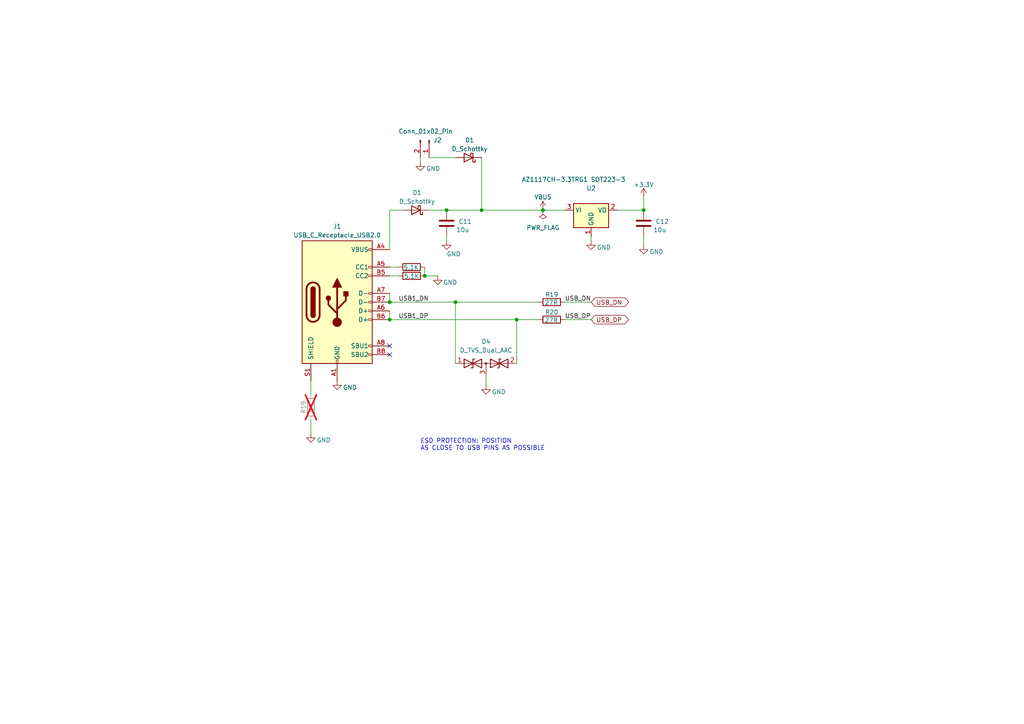
<source format=kicad_sch>
(kicad_sch (version 20230121) (generator eeschema)
  (paper "A4")
  (lib_symbols
    (symbol "Connector:Conn_01x02_Pin" (pin_names (offset 1.016) hide)
      (property "Reference" "J" (at 0 2.54 0))
      (property "Value" "Conn_01x02_Pin" (at 0 -5.08 0))
      (symbol "Conn_01x02_Pin_1_1"
        (polyline (pts (xy 1.27 -2.54) (xy 0.8636 -2.54)) (stroke (width 0.1524)))
        (polyline (pts (xy 1.27 0) (xy 0.8636 0)) (stroke (width 0.1524)))
        (rectangle (start 0.8636 -2.413) (end 0 -2.667) (stroke (width 0.1524)) (fill (type outline)))
        (rectangle (start 0.8636 0.127) (end 0 -0.127) (stroke (width 0.1524)) (fill (type outline)))
        (pin passive line (at 5.08 0 180) (length 3.81) (name "Pin_1") (number "1"))
        (pin passive line (at 5.08 -2.54 180) (length 3.81) (name "Pin_2") (number "2"))
      )
    )
    (symbol "Connector:USB_C_Receptacle_USB2.0" (pin_names (offset 1.016))
      (property "Reference" "J" (at -10.16 19.05 0))
      (property "Value" "USB_C_Receptacle_USB2.0" (at 19.05 19.05 0))
      (symbol "USB_C_Receptacle_USB2.0_0_0"
        (rectangle (start -0.254 -17.78) (end 0.254 -16.764))
        (rectangle (start 10.16 -14.986) (end 9.144 -15.494))
        (rectangle (start 10.16 -12.446) (end 9.144 -12.954))
        (rectangle (start 10.16 -4.826) (end 9.144 -5.334))
        (rectangle (start 10.16 -2.286) (end 9.144 -2.794))
        (rectangle (start 10.16 0.254) (end 9.144 -0.254))
        (rectangle (start 10.16 2.794) (end 9.144 2.286))
        (rectangle (start 10.16 7.874) (end 9.144 7.366))
        (rectangle (start 10.16 10.414) (end 9.144 9.906))
        (rectangle (start 10.16 15.494) (end 9.144 14.986))
      )
      (symbol "USB_C_Receptacle_USB2.0_0_1"
        (rectangle (start -10.16 17.78) (end 10.16 -17.78) (stroke (width 0.254)) (fill (type background)))
        (arc (start -8.89 -3.81) (mid -6.985 -5.7067) (end -5.08 -3.81) (stroke (width 0.508)))
        (arc (start -7.62 -3.81) (mid -6.985 -4.4423) (end -6.35 -3.81) (stroke (width 0.254)))
        (arc (start -7.62 -3.81) (mid -6.985 -4.4423) (end -6.35 -3.81) (stroke (width 0.254)) (fill (type outline)))
        (rectangle (start -7.62 -3.81) (end -6.35 3.81) (stroke (width 0.254)) (fill (type outline)))
        (arc (start -6.35 3.81) (mid -6.985 4.4423) (end -7.62 3.81) (stroke (width 0.254)))
        (arc (start -6.35 3.81) (mid -6.985 4.4423) (end -7.62 3.81) (stroke (width 0.254)) (fill (type outline)))
        (arc (start -5.08 3.81) (mid -6.985 5.7067) (end -8.89 3.81) (stroke (width 0.508)))
        (circle (center -2.54 1.143) (radius 0.635) (stroke (width 0.254)) (fill (type outline)))
        (circle (center 0 -5.842) (radius 1.27) (fill (type outline)))
        (polyline (pts (xy -8.89 -3.81) (xy -8.89 3.81)) (stroke (width 0.508)))
        (polyline (pts (xy -5.08 3.81) (xy -5.08 -3.81)) (stroke (width 0.508)))
        (polyline (pts (xy 0 -5.842) (xy 0 4.318)) (stroke (width 0.508)))
        (polyline (pts (xy 0 -3.302) (xy -2.54 -0.762) (xy -2.54 0.508)) (stroke (width 0.508)))
        (polyline (pts (xy 0 -2.032) (xy 2.54 0.508) (xy 2.54 1.778)) (stroke (width 0.508)))
        (polyline (pts (xy -1.27 4.318) (xy 0 6.858) (xy 1.27 4.318) (xy -1.27 4.318)) (stroke (width 0.254)) (fill (type outline)))
        (rectangle (start 1.905 1.778) (end 3.175 3.048) (stroke (width 0.254)) (fill (type outline)))
      )
      (symbol "USB_C_Receptacle_USB2.0_1_1"
        (pin passive line (at 0 -22.86 90) (length 5.08) (name "GND") (number "A1"))
        (pin passive line (at 0 -22.86 90) (length 5.08) hide (name "GND") (number "A12"))
        (pin passive line (at 15.24 15.24 180) (length 5.08) (name "VBUS") (number "A4"))
        (pin bidirectional line (at 15.24 10.16 180) (length 5.08) (name "CC1") (number "A5"))
        (pin bidirectional line (at 15.24 -2.54 180) (length 5.08) (name "D+") (number "A6"))
        (pin bidirectional line (at 15.24 2.54 180) (length 5.08) (name "D-") (number "A7"))
        (pin bidirectional line (at 15.24 -12.7 180) (length 5.08) (name "SBU1") (number "A8"))
        (pin passive line (at 15.24 15.24 180) (length 5.08) hide (name "VBUS") (number "A9"))
        (pin passive line (at 0 -22.86 90) (length 5.08) hide (name "GND") (number "B1"))
        (pin passive line (at 0 -22.86 90) (length 5.08) hide (name "GND") (number "B12"))
        (pin passive line (at 15.24 15.24 180) (length 5.08) hide (name "VBUS") (number "B4"))
        (pin bidirectional line (at 15.24 7.62 180) (length 5.08) (name "CC2") (number "B5"))
        (pin bidirectional line (at 15.24 -5.08 180) (length 5.08) (name "D+") (number "B6"))
        (pin bidirectional line (at 15.24 0 180) (length 5.08) (name "D-") (number "B7"))
        (pin bidirectional line (at 15.24 -15.24 180) (length 5.08) (name "SBU2") (number "B8"))
        (pin passive line (at 15.24 15.24 180) (length 5.08) hide (name "VBUS") (number "B9"))
        (pin passive line (at -7.62 -22.86 90) (length 5.08) (name "SHIELD") (number "S1"))
      )
    )
    (symbol "Device:C" (pin_numbers hide) (pin_names (offset 0.254))
      (property "Reference" "C" (at 0.635 2.54 0))
      (property "Value" "C" (at 0.635 -2.54 0))
      (symbol "C_0_1"
        (polyline (pts (xy -2.032 -0.762) (xy 2.032 -0.762)) (stroke (width 0.508)))
        (polyline (pts (xy -2.032 0.762) (xy 2.032 0.762)) (stroke (width 0.508)))
      )
      (symbol "C_1_1"
        (pin passive line (at 0 3.81 270) (length 2.794) (name "~") (number "1"))
        (pin passive line (at 0 -3.81 90) (length 2.794) (name "~") (number "2"))
      )
    )
    (symbol "Device:D_Schottky" (pin_numbers hide) (pin_names (offset 1.016) hide)
      (property "Reference" "D" (at 0 2.54 0))
      (property "Value" "D_Schottky" (at 0 -2.54 0))
      (symbol "D_Schottky_0_1"
        (polyline (pts (xy 1.27 0) (xy -1.27 0)))
        (polyline (pts (xy 1.27 1.27) (xy 1.27 -1.27) (xy -1.27 0) (xy 1.27 1.27)) (stroke (width 0.254)))
        (polyline (pts (xy -1.905 0.635) (xy -1.905 1.27) (xy -1.27 1.27) (xy -1.27 -1.27) (xy -0.635 -1.27) (xy -0.635 -0.635)) (stroke (width 0.254)))
      )
      (symbol "D_Schottky_1_1"
        (pin passive line (at -3.81 0 0) (length 2.54) (name "K") (number "1"))
        (pin passive line (at 3.81 0 180) (length 2.54) (name "A") (number "2"))
      )
    )
    (symbol "Device:D_TVS_Dual_AAC" (pin_names (offset 1.016) hide)
      (property "Reference" "D" (at 0 4.445 0))
      (property "Value" "D_TVS_Dual_AAC" (at 0 2.54 0))
      (symbol "D_TVS_Dual_AAC_0_0"
        (polyline (pts (xy 0 -1.27) (xy 0 0)))
      )
      (symbol "D_TVS_Dual_AAC_0_1"
        (polyline (pts (xy -6.35 0) (xy 6.35 0)))
        (polyline (pts (xy -3.302 1.27) (xy -3.81 1.27) (xy -3.81 -1.27) (xy -4.318 -1.27)) (stroke (width 0.254)))
        (polyline (pts (xy 4.318 1.27) (xy 3.81 1.27) (xy 3.81 -1.27) (xy 3.302 -1.27)) (stroke (width 0.254)))
        (polyline (pts (xy -6.35 1.27) (xy -1.27 -1.27) (xy -1.27 1.27) (xy -6.35 -1.27) (xy -6.35 1.27)) (stroke (width 0.254)))
        (polyline (pts (xy 6.35 1.27) (xy 1.27 -1.27) (xy 1.27 1.27) (xy 6.35 -1.27) (xy 6.35 1.27)) (stroke (width 0.254)))
        (circle (center 0 0) (radius 0.254) (fill (type outline)))
      )
      (symbol "D_TVS_Dual_AAC_1_1"
        (pin passive line (at -8.89 0 0) (length 2.54) (name "A1") (number "1"))
        (pin passive line (at 8.89 0 180) (length 2.54) (name "A2") (number "2"))
        (pin input line (at 0 -3.81 90) (length 2.54) (name "common") (number "3"))
      )
    )
    (symbol "Device:R" (pin_numbers hide) (pin_names (offset 0))
      (property "Reference" "R" (at 2.032 0 90))
      (property "Value" "R" (at 0 0 90))
      (symbol "R_0_1"
        (rectangle (start -1.016 -2.54) (end 1.016 2.54) (stroke (width 0.254)))
      )
      (symbol "R_1_1"
        (pin passive line (at 0 3.81 270) (length 1.27) (name "~") (number "1"))
        (pin passive line (at 0 -3.81 90) (length 1.27) (name "~") (number "2"))
      )
    )
    (symbol "Regulator_Linear:NCP1117-3.3_SOT223"
      (property "Reference" "U" (at -3.81 3.175 0))
      (property "Value" "NCP1117-3.3_SOT223" (at 0 3.175 0))
      (symbol "NCP1117-3.3_SOT223_0_1"
        (rectangle (start -5.08 -5.08) (end 5.08 1.905) (stroke (width 0.254)) (fill (type background)))
      )
      (symbol "NCP1117-3.3_SOT223_1_1"
        (pin power_in line (at 0 -7.62 90) (length 2.54) (name "GND") (number "1"))
        (pin power_out line (at 7.62 0 180) (length 2.54) (name "VO") (number "2"))
        (pin power_in line (at -7.62 0 0) (length 2.54) (name "VI") (number "3"))
      )
    )
    (symbol "power:+3.3V" (power) (pin_names (offset 0))
      (property "Value" "+3.3V" (at 0 3.556 0))
      (symbol "+3.3V_0_1"
        (polyline (pts (xy -0.762 1.27) (xy 0 2.54)))
        (polyline (pts (xy 0 0) (xy 0 2.54)))
        (polyline (pts (xy 0 2.54) (xy 0.762 1.27)))
      )
      (symbol "+3.3V_1_1"
        (pin power_in line (at 0 0 90) (length 0) hide (name "+3.3V") (number "1"))
      )
    )
    (symbol "power:GND" (power) (pin_names (offset 0))
      (property "Value" "GND" (at 0 -3.81 0))
      (symbol "GND_0_1"
        (polyline (pts (xy 0 0) (xy 0 -1.27) (xy 1.27 -1.27) (xy 0 -2.54) (xy -1.27 -1.27) (xy 0 -1.27)))
      )
      (symbol "GND_1_1"
        (pin power_in line (at 0 0 270) (length 0) hide (name "GND") (number "1"))
      )
    )
    (symbol "power:PWR_FLAG" (power) (pin_numbers hide) (pin_names (offset 0) hide)
      (property "Value" "PWR_FLAG" (at 0 3.81 0))
      (symbol "PWR_FLAG_0_0"
        (pin power_out line (at 0 0 90) (length 0) (name "pwr") (number "1"))
      )
      (symbol "PWR_FLAG_0_1"
        (polyline (pts (xy 0 0) (xy 0 1.27) (xy -1.016 1.905) (xy 0 2.54) (xy 1.016 1.905) (xy 0 1.27)))
      )
    )
    (symbol "power:VBUS" (power) (pin_names (offset 0))
      (property "Value" "VBUS" (at 0 3.81 0))
      (symbol "VBUS_0_1"
        (polyline (pts (xy -0.762 1.27) (xy 0 2.54)))
        (polyline (pts (xy 0 0) (xy 0 2.54)))
        (polyline (pts (xy 0 2.54) (xy 0.762 1.27)))
      )
      (symbol "VBUS_1_1"
        (pin power_in line (at 0 0 90) (length 0) hide (name "VBUS") (number "1"))
      )
    )
  )
  (junction (at 139.7 60.96))
  (junction (at 113.03 92.71))
  (junction (at 157.48 60.96))
  (junction (at 123.19 80.01))
  (junction (at 132.08 87.63))
  (junction (at 149.86 92.71))
  (junction (at 129.54 60.96))
  (junction (at 113.03 87.63))
  (junction (at 186.69 60.96))
  (no_connect (at 113.03 102.87))
  (no_connect (at 113.03 100.33))
  (wire (pts (xy 163.83 87.63) (xy 171.45 87.63)))
  (wire (pts (xy 113.03 85.09) (xy 113.03 87.63)))
  (wire (pts (xy 129.54 60.96) (xy 139.7 60.96)))
  (wire (pts (xy 139.7 45.72) (xy 139.7 60.96)))
  (wire (pts (xy 132.08 87.63) (xy 132.08 105.41)))
  (wire (pts (xy 163.83 92.71) (xy 171.45 92.71)))
  (wire (pts (xy 123.19 80.01) (xy 127 80.01)))
  (wire (pts (xy 140.97 109.22) (xy 140.97 111.76)))
  (wire (pts (xy 123.19 77.47) (xy 123.19 80.01)))
  (wire (pts (xy 113.03 92.71) (xy 149.86 92.71)))
  (wire (pts (xy 113.03 60.96) (xy 116.84 60.96)))
  (wire (pts (xy 139.7 60.96) (xy 157.48 60.96)))
  (wire (pts (xy 124.46 45.72) (xy 132.08 45.72)))
  (wire (pts (xy 113.03 72.39) (xy 113.03 60.96)))
  (wire (pts (xy 121.92 45.72) (xy 121.92 46.99)))
  (wire (pts (xy 186.69 57.15) (xy 186.69 60.96)))
  (wire (pts (xy 113.03 80.01) (xy 115.57 80.01)))
  (wire (pts (xy 124.46 60.96) (xy 129.54 60.96)))
  (wire (pts (xy 149.86 92.71) (xy 149.86 105.41)))
  (wire (pts (xy 171.45 68.58) (xy 171.45 69.85)))
  (wire (pts (xy 186.69 68.58) (xy 186.69 71.12)))
  (wire (pts (xy 157.48 60.96) (xy 163.83 60.96)))
  (wire (pts (xy 179.07 60.96) (xy 186.69 60.96)))
  (wire (pts (xy 90.17 110.49) (xy 90.17 114.3)))
  (wire (pts (xy 129.54 68.58) (xy 129.54 69.85)))
  (wire (pts (xy 113.03 90.17) (xy 113.03 92.71)))
  (wire (pts (xy 113.03 87.63) (xy 132.08 87.63)))
  (wire (pts (xy 149.86 92.71) (xy 156.21 92.71)))
  (wire (pts (xy 132.08 87.63) (xy 156.21 87.63)))
  (wire (pts (xy 113.03 77.47) (xy 115.57 77.47)))
  (wire (pts (xy 90.17 121.92) (xy 90.17 125.73)))
  (text "ESD PROTECTION: POSITION\nAS CLOSE TO USB PINS AS POSSIBLE" (at 121.92 130.81 0) (effects (font (size 1.27 1.27)) (justify left bottom)))
  (label "USB1_DN" (at 115.57 87.63 0))
  (label "USB1_DP" (at 115.57 92.71 0))
  (label "USB_DP" (at 163.83 92.71 0))
  (label "USB_DN" (at 163.83 87.63 0))
  (global_label "USB_DP" (shape bidirectional) (at 171.45 92.71 0) (property "Intersheetrefs" "${INTERSHEET_REFS}" (effects hide)))
  (global_label "USB_DN" (shape bidirectional) (at 171.45 87.63 0) (property "Intersheetrefs" "${INTERSHEET_REFS}" (effects hide)))
  (symbol (lib_id "Connector:Conn_01x02_Pin") (at 124.46 40.64 270) (unit 1)
    (property "Reference" "J2" (at 125.73 40.64 90) (effects (justify left)))
    (property "Value" "Conn_01x02_Pin" (at 115.57 38.1 90) (effects (justify left)))
    (property "Footprint" "Connector_PinSocket_2.54mm:PinSocket_1x02_P2.54mm_Vertical" (effects hide))
  )
  (symbol (lib_id "power:GND") (at 90.17 125.73 0) (unit 1)
    (property "Reference" "#PWR024" (effects hide))
    (property "Value" "GND" (at 91.821 127.635 0) (effects (justify left)))
    (instances (project "rp2040-basic-m1" (path "" (reference "#PWR024") (unit 1)) (path "" (reference "#PWR038") (unit 1))) (project "rp2040-dev-board" (path "" (reference "#PWR04") (unit 1)) (path "" (reference "#PWR02") (unit 1))))
  )
  (symbol (lib_id "Device:R") (at 160.02 87.63 90) (unit 1)
    (property "Reference" "R19" (at 160.02 85.471 90))
    (property "Value" "27R" (at 159.893 87.757 90))
    (property "Footprint" "Resistor_SMD:R_0603_1608Metric_Pad0.98x0.95mm_HandSolder" (effects hide))
    (instances (project "rp2040-basic-m1" (path "" (reference "R19") (unit 1)) (path "" (reference "R19") (unit 1))) (project "rp2040-dev-board" (path "" (reference "R5") (unit 1)) (path "" (reference "R5") (unit 1))))
  )
  (symbol (lib_id "Device:R") (at 90.17 118.11 180) (unit 1) (dnp yes)
    (property "Reference" "R19" (at 88.011 118.11 90))
    (property "Value" "0R" (at 90.297 118.237 90))
    (property "Footprint" "Resistor_SMD:R_0603_1608Metric_Pad0.98x0.95mm_HandSolder" (effects hide))
    (instances (project "rp2040-basic-m1" (path "" (reference "R19") (unit 1)) (path "" (reference "R26") (unit 1))) (project "rp2040-dev-board" (path "" (reference "R5") (unit 1)) (path "" (reference "R5") (unit 1))))
  )
  (symbol (lib_id "power:GND") (at 129.54 69.85 0) (unit 1)
    (property "Reference" "#PWR027" (effects hide))
    (property "Value" "GND" (at 129.54 73.66 0) (effects (justify left)))
    (instances (project "rp2040-basic-m1" (path "" (reference "#PWR027") (unit 1)) (path "" (reference "#PWR027") (unit 1))) (project "rp2040-dev-board" (path "" (reference "#PWR011") (unit 1)) (path "" (reference "#PWR012") (unit 1))))
  )
  (symbol (lib_id "Connector:USB_C_Receptacle_USB2.0") (at 97.79 87.63 0) (unit 1)
    (property "Reference" "J1" (at 97.79 65.659 0))
    (property "Value" "USB_C_Receptacle_USB2.0" (at 97.79 68.199 0))
    (property "Footprint" "Connector_USB:USB_C_Receptacle_G-Switch_GT-USB-7010ASV" (effects hide))
    (property "Datasheet" "https://www.usb.org/sites/default/files/documents/usb_type-c.zip" (effects hide))
  )
  (symbol (lib_id "Device:D_Schottky") (at 135.89 45.72 180) (unit 1)
    (property "Reference" "D1" (at 136.2075 40.64 0))
    (property "Value" "D_Schottky" (at 136.2075 43.18 0))
    (property "Footprint" "Diode_SMD:D_0805_2012Metric_Pad1.15x1.40mm_HandSolder" (effects hide))
    (instances (project "rp2040-basic-m1" (path "" (reference "D1") (unit 1)) (path "" (reference "D2") (unit 1))) (project "rp2040-dev-board" (path "" (reference "D1") (unit 1)) (path "" (reference "D1") (unit 1))))
  )
  (symbol (lib_id "power:VBUS") (at 157.48 60.96 0) (unit 1)
    (property "Reference" "#PWR028" (effects hide))
    (property "Value" "VBUS" (at 157.48 57.15 0))
    (instances (project "rp2040-basic-m1" (path "" (reference "#PWR028") (unit 1)) (path "" (reference "#PWR028") (unit 1))) (project "rp2040-dev-board" (path "" (reference "#PWR013") (unit 1))))
  )
  (symbol (lib_id "power:GND") (at 171.45 69.85 0) (unit 1)
    (property "Reference" "#PWR029" (effects hide))
    (property "Value" "GND" (at 173.101 71.755 0) (effects (justify left)))
    (instances (project "rp2040-basic-m1" (path "" (reference "#PWR029") (unit 1)) (path "" (reference "#PWR029") (unit 1))) (project "rp2040-dev-board" (path "" (reference "#PWR013") (unit 1)) (path "" (reference "#PWR028") (unit 1))))
  )
  (symbol (lib_id "power:GND") (at 140.97 111.76 0) (unit 1)
    (property "Reference" "#PWR024" (effects hide))
    (property "Value" "GND" (at 142.621 113.665 0) (effects (justify left)))
    (instances (project "rp2040-basic-m1" (path "" (reference "#PWR024") (unit 1)) (path "" (reference "#PWR039") (unit 1))) (project "rp2040-dev-board" (path "" (reference "#PWR04") (unit 1)) (path "" (reference "#PWR02") (unit 1))))
  )
  (symbol (lib_id "power:GND") (at 97.79 110.49 0) (unit 1)
    (property "Reference" "#PWR024" (effects hide))
    (property "Value" "GND" (at 99.441 112.395 0) (effects (justify left)))
    (instances (project "rp2040-basic-m1" (path "" (reference "#PWR024") (unit 1)) (path "" (reference "#PWR024") (unit 1))) (project "rp2040-dev-board" (path "" (reference "#PWR04") (unit 1)) (path "" (reference "#PWR02") (unit 1))))
  )
  (symbol (lib_id "Device:R") (at 160.02 92.71 90) (unit 1)
    (property "Reference" "R20" (at 160.02 90.551 90))
    (property "Value" "27R" (at 159.893 92.837 90))
    (property "Footprint" "Resistor_SMD:R_0603_1608Metric_Pad0.98x0.95mm_HandSolder" (effects hide))
    (instances (project "rp2040-basic-m1" (path "" (reference "R20") (unit 1)) (path "" (reference "R20") (unit 1))) (project "rp2040-dev-board" (path "" (reference "R4") (unit 1)) (path "" (reference "R4") (unit 1))))
  )
  (symbol (lib_id "Device:D_TVS_Dual_AAC") (at 140.97 105.41 0) (unit 1)
    (property "Reference" "D4" (at 140.97 99.06 0))
    (property "Value" "D_TVS_Dual_AAC" (at 140.97 101.6 0))
    (property "Footprint" "Package_TO_SOT_SMD:SOT-23" (effects hide))
  )
  (symbol (lib_id "Device:R") (at 119.38 80.01 90) (unit 1)
    (property "Reference" "R18" (effects hide))
    (property "Value" "5.1K" (at 119.38 80.137 90))
    (property "Footprint" "Resistor_SMD:R_0805_2012Metric_Pad1.20x1.40mm_HandSolder" (effects hide))
    (instances (project "rp2040-basic-m1" (path "" (reference "R18") (unit 1)) (path "" (reference "R18") (unit 1))) (project "rp2040-dev-board" (path "" (reference "R3") (unit 1)) (path "" (reference "R3") (unit 1))))
  )
  (symbol (lib_id "Device:R") (at 119.38 77.47 90) (unit 1)
    (property "Reference" "R17" (effects hide))
    (property "Value" "5.1K" (at 119.253 77.597 90))
    (property "Footprint" "Resistor_SMD:R_0805_2012Metric_Pad1.20x1.40mm_HandSolder" (effects hide))
    (instances (project "rp2040-basic-m1" (path "" (reference "R17") (unit 1)) (path "" (reference "R17") (unit 1))) (project "rp2040-dev-board" (path "" (reference "R2") (unit 1)) (path "" (reference "R2") (unit 1))))
  )
  (symbol (lib_id "power:GND") (at 127 80.01 0) (unit 1)
    (property "Reference" "#PWR026" (effects hide))
    (property "Value" "GND" (at 128.524 81.915 0) (effects (justify left)))
    (instances (project "rp2040-basic-m1" (path "" (reference "#PWR026") (unit 1)) (path "" (reference "#PWR026") (unit 1))) (project "rp2040-dev-board" (path "" (reference "#PWR02") (unit 1)) (path "" (reference "#PWR011") (unit 1))))
  )
  (symbol (lib_id "power:GND") (at 186.69 71.12 0) (unit 1)
    (property "Reference" "#PWR032" (effects hide))
    (property "Value" "GND" (at 188.341 73.025 0) (effects (justify left)))
    (instances (project "rp2040-basic-m1" (path "" (reference "#PWR032") (unit 1)) (path "" (reference "#PWR032") (unit 1))) (project "rp2040-dev-board" (path "" (reference "#PWR012") (unit 1)) (path "" (reference "#PWR029") (unit 1))))
  )
  (symbol (lib_id "power:GND") (at 121.92 46.99 0) (unit 1)
    (property "Reference" "#PWR029" (effects hide))
    (property "Value" "GND" (at 123.571 48.895 0) (effects (justify left)))
    (instances (project "rp2040-basic-m1" (path "" (reference "#PWR029") (unit 1)) (path "" (reference "#PWR03") (unit 1))) (project "rp2040-dev-board" (path "" (reference "#PWR013") (unit 1)) (path "" (reference "#PWR028") (unit 1))))
  )
  (symbol (lib_id "Regulator_Linear:NCP1117-3.3_SOT223") (at 171.45 60.96 0) (unit 1)
    (property "Reference" "U2" (at 171.45 54.61 0))
    (property "Value" "AZ1117CH-3.3TRG1 SOT223-3" (at 166.37 52.07 0))
    (property "Footprint" "Package_TO_SOT_SMD:SOT-223-3_TabPin2" (effects hide))
    (property "Datasheet" "http://www.onsemi.com/pub_link/Collateral/NCP1117-D.PDF" (effects hide))
    (instances (project "rp2040-basic-m1" (path "" (reference "U2") (unit 1)) (path "" (reference "U2") (unit 1))) (project "rp2040-dev-board" (path "" (reference "U3") (unit 1)) (path "" (reference "U3") (unit 1))))
  )
  (symbol (lib_id "Device:D_Schottky") (at 120.65 60.96 180) (unit 1)
    (property "Reference" "D1" (at 120.9675 55.88 0))
    (property "Value" "D_Schottky" (at 120.9675 58.42 0))
    (property "Footprint" "Diode_SMD:D_0805_2012Metric_Pad1.15x1.40mm_HandSolder" (effects hide))
  )
  (symbol (lib_id "power:PWR_FLAG") (at 157.48 60.96 180) (unit 1)
    (property "Reference" "#FLG02" (effects hide))
    (property "Value" "PWR_FLAG" (at 157.48 66.04 0))
  )
  (symbol (lib_id "Device:C") (at 129.54 64.77 0) (unit 1)
    (property "Reference" "C11" (at 132.969 64.262 0) (effects (justify left)))
    (property "Value" "10u" (at 132.334 66.675 0) (effects (justify left)))
    (property "Footprint" "Capacitor_SMD:C_0805_2012Metric_Pad1.18x1.45mm_HandSolder" (effects hide))
    (instances (project "rp2040-basic-m1" (path "" (reference "C11") (unit 1)) (path "" (reference "C13") (unit 1))) (project "rp2040-dev-board" (path "" (reference "C14") (unit 1)) (path "" (reference "C14") (unit 1))))
  )
  (symbol (lib_id "power:+3.3V") (at 186.69 57.15 0) (unit 1)
    (property "Reference" "#PWR030" (effects hide))
    (property "Value" "+3.3V" (at 186.69 53.594 0))
    (instances (project "rp2040-basic-m1" (path "" (reference "#PWR030") (unit 1)) (path "" (reference "#PWR030") (unit 1))) (project "rp2040-dev-board" (path "" (reference "#PWR032") (unit 1)) (path "" (reference "#PWR08") (unit 1))))
  )
  (symbol (lib_id "Device:C") (at 186.69 64.77 0) (unit 1)
    (property "Reference" "C12" (at 190.119 64.262 0) (effects (justify left)))
    (property "Value" "10u" (at 189.484 66.675 0) (effects (justify left)))
    (property "Footprint" "Capacitor_SMD:C_0805_2012Metric_Pad1.18x1.45mm_HandSolder" (effects hide))
    (instances (project "rp2040-basic-m1" (path "" (reference "C12") (unit 1)) (path "" (reference "C14") (unit 1))) (project "rp2040-dev-board" (path "" (reference "C15") (unit 1)) (path "" (reference "C15") (unit 1))))
  )
)
</source>
